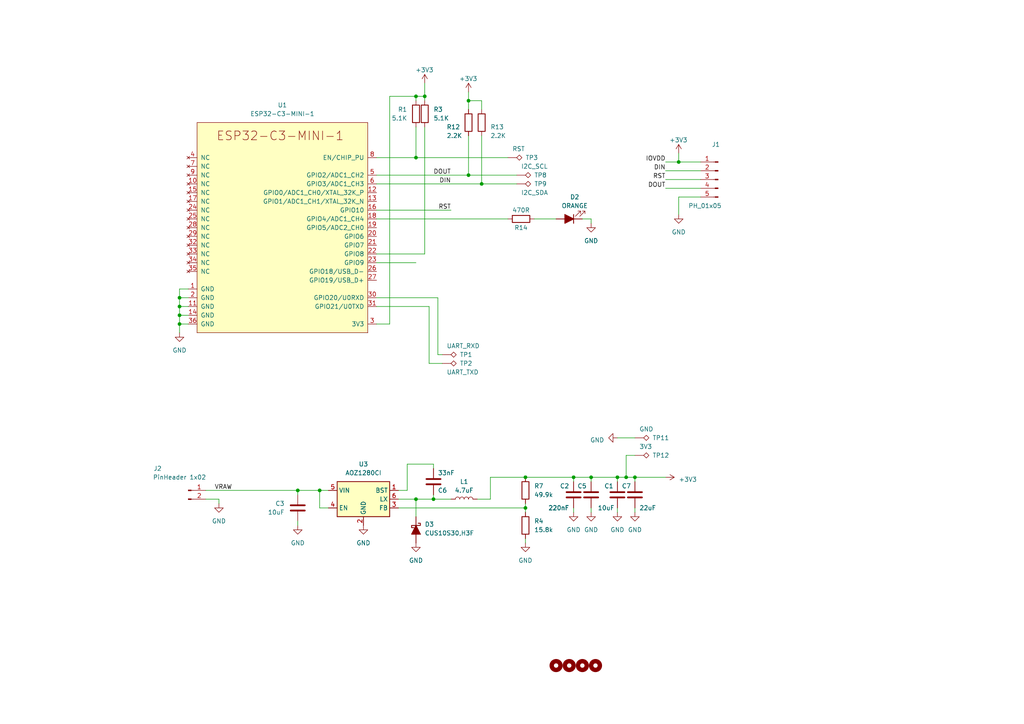
<source format=kicad_sch>
(kicad_sch (version 20231120) (generator "eeschema") (generator_version "8.0")
  (paper "A4")
  (title_block (title "esp-daikin") (date "2024-03-07") (rev "r1p0") (company "Greg Davill <greg.davill@gmail.com>") (comment 1 "ESP32C3 controller board"))
  (lib_symbols
    (symbol "Connector:Conn_01x02_Male" (pin_names (offset 1.016) hide)
      (property "Reference" "J" (at 0 2.54 0))
      (property "Value" "Conn_01x02_Male" (at 0 -5.08 0))
      (symbol "Conn_01x02_Male_1_1"
        (polyline (pts (xy 1.27 -2.54) (xy 0.8636 -2.54)) (stroke (width 0.1524)))
        (polyline (pts (xy 1.27 0) (xy 0.8636 0)) (stroke (width 0.1524)))
        (rectangle (start 0.8636 -2.413) (end 0 -2.667) (stroke (width 0.1524)) (fill (type outline)))
        (rectangle (start 0.8636 0.127) (end 0 -0.127) (stroke (width 0.1524)) (fill (type outline)))
        (pin passive line (at 5.08 0 180) (length 3.81) (name "Pin_1") (number "1"))
        (pin passive line (at 5.08 -2.54 180) (length 3.81) (name "Pin_2") (number "2"))
      )
    )
    (symbol "Connector:Conn_01x05_Male" (pin_names (offset 1.016) hide)
      (property "Reference" "J" (at 0 7.62 0))
      (property "Value" "Conn_01x05_Male" (at 0 -7.62 0))
      (symbol "Conn_01x05_Male_1_1"
        (polyline (pts (xy 1.27 -5.08) (xy 0.8636 -5.08)) (stroke (width 0.1524)))
        (polyline (pts (xy 1.27 -2.54) (xy 0.8636 -2.54)) (stroke (width 0.1524)))
        (polyline (pts (xy 1.27 0) (xy 0.8636 0)) (stroke (width 0.1524)))
        (polyline (pts (xy 1.27 2.54) (xy 0.8636 2.54)) (stroke (width 0.1524)))
        (polyline (pts (xy 1.27 5.08) (xy 0.8636 5.08)) (stroke (width 0.1524)))
        (rectangle (start 0.8636 -4.953) (end 0 -5.207) (stroke (width 0.1524)) (fill (type outline)))
        (rectangle (start 0.8636 -2.413) (end 0 -2.667) (stroke (width 0.1524)) (fill (type outline)))
        (rectangle (start 0.8636 0.127) (end 0 -0.127) (stroke (width 0.1524)) (fill (type outline)))
        (rectangle (start 0.8636 2.667) (end 0 2.413) (stroke (width 0.1524)) (fill (type outline)))
        (rectangle (start 0.8636 5.207) (end 0 4.953) (stroke (width 0.1524)) (fill (type outline)))
        (pin passive line (at 5.08 5.08 180) (length 3.81) (name "Pin_1") (number "1"))
        (pin passive line (at 5.08 2.54 180) (length 3.81) (name "Pin_2") (number "2"))
        (pin passive line (at 5.08 0 180) (length 3.81) (name "Pin_3") (number "3"))
        (pin passive line (at 5.08 -2.54 180) (length 3.81) (name "Pin_4") (number "4"))
        (pin passive line (at 5.08 -5.08 180) (length 3.81) (name "Pin_5") (number "5"))
      )
    )
    (symbol "Connector:TestPoint_Alt" (pin_numbers hide) (pin_names (offset 0.762) hide)
      (property "Reference" "TP" (at 0 6.858 0))
      (property "Value" "TestPoint_Alt" (at 0 5.08 0))
      (symbol "TestPoint_Alt_0_1"
        (polyline (pts (xy 0 2.54) (xy -0.762 3.302) (xy 0 4.064) (xy 0.762 3.302) (xy 0 2.54)))
      )
      (symbol "TestPoint_Alt_1_1"
        (pin passive line (at 0 0 90) (length 2.54) (name "1") (number "1"))
      )
    )
    (symbol "Device:C" (pin_numbers hide) (pin_names (offset 0.254))
      (property "Reference" "C" (at 0.635 2.54 0))
      (property "Value" "C" (at 0.635 -2.54 0))
      (symbol "C_0_1"
        (polyline (pts (xy -2.032 -0.762) (xy 2.032 -0.762)) (stroke (width 0.508)))
        (polyline (pts (xy -2.032 0.762) (xy 2.032 0.762)) (stroke (width 0.508)))
      )
      (symbol "C_1_1"
        (pin passive line (at 0 3.81 270) (length 2.794) (name "~") (number "1"))
        (pin passive line (at 0 -3.81 90) (length 2.794) (name "~") (number "2"))
      )
    )
    (symbol "Device:D_Schottky_Filled" (pin_numbers hide) (pin_names (offset 1.016) hide)
      (property "Reference" "D" (at 0 2.54 0))
      (property "Value" "D_Schottky_Filled" (at 0 -2.54 0))
      (symbol "D_Schottky_Filled_0_1"
        (polyline (pts (xy 1.27 0) (xy -1.27 0)))
        (polyline (pts (xy 1.27 1.27) (xy 1.27 -1.27) (xy -1.27 0) (xy 1.27 1.27)) (stroke (width 0.254)) (fill (type outline)))
        (polyline (pts (xy -1.905 0.635) (xy -1.905 1.27) (xy -1.27 1.27) (xy -1.27 -1.27) (xy -0.635 -1.27) (xy -0.635 -0.635)) (stroke (width 0.254)))
      )
      (symbol "D_Schottky_Filled_1_1"
        (pin passive line (at -3.81 0 0) (length 2.54) (name "K") (number "1"))
        (pin passive line (at 3.81 0 180) (length 2.54) (name "A") (number "2"))
      )
    )
    (symbol "Device:L" (pin_numbers hide) (pin_names (offset 1.016) hide)
      (property "Reference" "L" (at -1.27 0 90))
      (property "Value" "L" (at 1.905 0 90))
      (symbol "L_0_1"
        (arc (start 0 -2.54) (mid 0.6323 -1.905) (end 0 -1.27))
        (arc (start 0 -1.27) (mid 0.6323 -0.635) (end 0 0))
        (arc (start 0 0) (mid 0.6323 0.635) (end 0 1.27))
        (arc (start 0 1.27) (mid 0.6323 1.905) (end 0 2.54))
      )
      (symbol "L_1_1"
        (pin passive line (at 0 3.81 270) (length 1.27) (name "1") (number "1"))
        (pin passive line (at 0 -3.81 90) (length 1.27) (name "2") (number "2"))
      )
    )
    (symbol "Device:LED_Filled" (pin_numbers hide) (pin_names (offset 1.016) hide)
      (property "Reference" "D" (at 0 2.54 0))
      (property "Value" "LED_Filled" (at 0 -2.54 0))
      (symbol "LED_Filled_0_1"
        (polyline (pts (xy -1.27 -1.27) (xy -1.27 1.27)) (stroke (width 0.254)))
        (polyline (pts (xy -1.27 0) (xy 1.27 0)))
        (polyline (pts (xy 1.27 -1.27) (xy 1.27 1.27) (xy -1.27 0) (xy 1.27 -1.27)) (stroke (width 0.254)) (fill (type outline)))
        (polyline (pts (xy -3.048 -0.762) (xy -4.572 -2.286) (xy -3.81 -2.286) (xy -4.572 -2.286) (xy -4.572 -1.524)))
        (polyline (pts (xy -1.778 -0.762) (xy -3.302 -2.286) (xy -2.54 -2.286) (xy -3.302 -2.286) (xy -3.302 -1.524)))
      )
      (symbol "LED_Filled_1_1"
        (pin passive line (at -3.81 0 0) (length 2.54) (name "K") (number "1"))
        (pin passive line (at 3.81 0 180) (length 2.54) (name "A") (number "2"))
      )
    )
    (symbol "Device:R" (pin_numbers hide) (pin_names (offset 0))
      (property "Reference" "R" (at 2.032 0 90))
      (property "Value" "R" (at 0 0 90))
      (symbol "R_0_1"
        (rectangle (start -1.016 -2.54) (end 1.016 2.54) (stroke (width 0.254)))
      )
      (symbol "R_1_1"
        (pin passive line (at 0 3.81 270) (length 1.27) (name "~") (number "1"))
        (pin passive line (at 0 -3.81 90) (length 1.27) (name "~") (number "2"))
      )
    )
    (symbol "Mechanical:MountingHole" (pin_names (offset 1.016))
      (property "Reference" "H" (at 0 5.08 0))
      (property "Value" "MountingHole" (at 0 3.175 0))
      (symbol "MountingHole_0_1"
        (circle (center 0 0) (radius 1.27) (stroke (width 1.27)))
      )
    )
    (symbol "Regulator_Switching:AOZ1280CI"
      (property "Reference" "U" (at -6.35 -6.35 0))
      (property "Value" "AOZ1280CI" (at -2.54 6.35 0))
      (symbol "AOZ1280CI_0_1"
        (rectangle (start -7.62 5.08) (end 7.62 -5.08) (stroke (width 0.254)) (fill (type background)))
      )
      (symbol "AOZ1280CI_1_1"
        (pin input line (at 10.16 2.54 180) (length 2.54) (name "BST") (number "1"))
        (pin power_in line (at 0 -7.62 90) (length 2.54) (name "GND") (number "2"))
        (pin input line (at 10.16 -2.54 180) (length 2.54) (name "FB") (number "3"))
        (pin input line (at -10.16 -2.54 0) (length 2.54) (name "EN") (number "4"))
        (pin power_in line (at -10.16 2.54 0) (length 2.54) (name "VIN") (number "5"))
        (pin power_out line (at 10.16 0 180) (length 2.54) (name "LX") (number "6"))
      )
    )
    (symbol "lib:ESP32-C3-MINI-1" (pin_names (offset 1.016))
      (property "Reference" "U1" (at 0.635 36.83 0))
      (property "Value" "ESP32-C3-MINI-1" (at 0.635 34.29 0))
      (symbol "ESP32-C3-MINI-1_0_0"
        (text "ESP32-C3-MINI-1" (at 1.27 27.94 0) (effects (font (size 2.54 2.54))))
      )
      (symbol "ESP32-C3-MINI-1_0_1"
        (rectangle (start -24.13 31.75) (end 25.4 -29.21) (fill (type background)))
      )
      (symbol "ESP32-C3-MINI-1_1_1"
        (pin power_in line (at 27.94 -16.51 180) (length 2.54) (name "GND") (number "1"))
        (pin no_connect line (at 27.94 13.97 180) (length 2.54) (name "NC") (number "10"))
        (pin power_in line (at 27.94 -21.59 180) (length 2.54) (name "GND") (number "11"))
        (pin bidirectional line (at -26.67 11.43 0) (length 2.54) (name "GPIO0/ADC1_CH0/XTAL_32K_P") (number "12"))
        (pin bidirectional line (at -26.67 8.89 0) (length 2.54) (name "GPIO1/ADC1_CH1/XTAL_32K_N") (number "13"))
        (pin power_in line (at 27.94 -24.13 180) (length 2.54) (name "GND") (number "14"))
        (pin no_connect line (at 27.94 11.43 180) (length 2.54) (name "NC") (number "15"))
        (pin bidirectional line (at -26.67 6.35 0) (length 2.54) (name "GPIO10") (number "16"))
        (pin no_connect line (at 27.94 8.89 180) (length 2.54) (name "NC") (number "17"))
        (pin bidirectional line (at -26.67 3.81 0) (length 2.54) (name "GPIO4/ADC1_CH4") (number "18"))
        (pin bidirectional line (at -26.67 1.27 0) (length 2.54) (name "GPIO5/ADC2_CH0") (number "19"))
        (pin power_in line (at 27.94 -19.05 180) (length 2.54) (name "GND") (number "2"))
        (pin bidirectional line (at -26.67 -1.27 0) (length 2.54) (name "GPIO6") (number "20"))
        (pin bidirectional line (at -26.67 -3.81 0) (length 2.54) (name "GPIO7") (number "21"))
        (pin bidirectional line (at -26.67 -6.35 0) (length 2.54) (name "GPIO8") (number "22"))
        (pin bidirectional line (at -26.67 -8.89 0) (length 2.54) (name "GPIO9") (number "23"))
        (pin no_connect line (at 27.94 6.35 180) (length 2.54) (name "NC") (number "24"))
        (pin no_connect line (at 27.94 3.81 180) (length 2.54) (name "NC") (number "25"))
        (pin bidirectional line (at -26.67 -11.43 0) (length 2.54) (name "GPIO18/USB_D-") (number "26"))
        (pin bidirectional line (at -26.67 -13.97 0) (length 2.54) (name "GPIO19/USB_D+") (number "27"))
        (pin no_connect line (at 27.94 1.27 180) (length 2.54) (name "NC") (number "28"))
        (pin no_connect line (at 27.94 -1.27 180) (length 2.54) (name "NC") (number "29"))
        (pin power_in line (at -26.67 -26.67 0) (length 2.54) (name "3V3") (number "3"))
        (pin bidirectional line (at -26.67 -19.05 0) (length 2.54) (name "GPIO20/U0RXD") (number "30"))
        (pin bidirectional line (at -26.67 -21.59 0) (length 2.54) (name "GPIO21/U0TXD") (number "31"))
        (pin no_connect line (at 27.94 -3.81 180) (length 2.54) (name "NC") (number "32"))
        (pin no_connect line (at 27.94 -6.35 180) (length 2.54) (name "NC") (number "33"))
        (pin no_connect line (at 27.94 -8.89 180) (length 2.54) (name "NC") (number "34"))
        (pin no_connect line (at 27.94 -11.43 180) (length 2.54) (name "NC") (number "35"))
        (pin power_in line (at 27.94 -26.67 180) (length 2.54) (name "GND") (number "36"))
        (pin input line (at 27.94 -26.67 180) (length 2.54) hide (name "GND") (number "37"))
        (pin input line (at 27.94 -26.67 180) (length 2.54) hide (name "GND") (number "38"))
        (pin input line (at 27.94 -26.67 180) (length 2.54) hide (name "GND") (number "39"))
        (pin no_connect line (at 27.94 21.59 180) (length 2.54) (name "NC") (number "4"))
        (pin input line (at 27.94 -26.67 180) (length 2.54) hide (name "GND") (number "40"))
        (pin input line (at 27.94 -26.67 180) (length 2.54) hide (name "GND") (number "41"))
        (pin input line (at 27.94 -26.67 180) (length 2.54) hide (name "GND") (number "42"))
        (pin input line (at 27.94 -26.67 180) (length 2.54) hide (name "GND") (number "43"))
        (pin input line (at 27.94 -26.67 180) (length 2.54) hide (name "GND") (number "44"))
        (pin input line (at 27.94 -26.67 180) (length 2.54) hide (name "GND") (number "45"))
        (pin input line (at 27.94 -26.67 180) (length 2.54) hide (name "GND") (number "46"))
        (pin input line (at 27.94 -26.67 180) (length 2.54) hide (name "GND") (number "47"))
        (pin input line (at 27.94 -26.67 180) (length 2.54) hide (name "GND") (number "48"))
        (pin input line (at 27.94 -26.67 180) (length 2.54) hide (name "GND") (number "49"))
        (pin bidirectional line (at -26.67 16.51 0) (length 2.54) (name "GPIO2/ADC1_CH2") (number "5"))
        (pin input line (at 27.94 -26.67 180) (length 2.54) hide (name "GND") (number "50"))
        (pin input line (at 27.94 -26.67 180) (length 2.54) hide (name "GND") (number "51"))
        (pin input line (at 27.94 -26.67 180) (length 2.54) hide (name "GND") (number "52"))
        (pin input line (at 27.94 -26.67 180) (length 2.54) hide (name "GND") (number "53"))
        (pin bidirectional line (at -26.67 13.97 0) (length 2.54) (name "GPIO3/ADC1_CH3") (number "6"))
        (pin no_connect line (at 27.94 19.05 180) (length 2.54) (name "NC") (number "7"))
        (pin input line (at -26.67 21.59 0) (length 2.54) (name "EN/CHIP_PU") (number "8"))
        (pin no_connect line (at 27.94 16.51 180) (length 2.54) (name "NC") (number "9"))
      )
    )
    (symbol "power:+3V3" (power) (pin_names (offset 0))
      (property "Value" "+3V3" (at 0 3.556 0))
      (symbol "+3V3_0_1"
        (polyline (pts (xy -0.762 1.27) (xy 0 2.54)))
        (polyline (pts (xy 0 0) (xy 0 2.54)))
        (polyline (pts (xy 0 2.54) (xy 0.762 1.27)))
      )
      (symbol "+3V3_1_1"
        (pin power_in line (at 0 0 90) (length 0) hide (name "+3V3") (number "1"))
      )
    )
    (symbol "power:GND" (power) (pin_names (offset 0))
      (property "Value" "GND" (at 0 -3.81 0))
      (symbol "GND_0_1"
        (polyline (pts (xy 0 0) (xy 0 -1.27) (xy 1.27 -1.27) (xy 0 -2.54) (xy -1.27 -1.27) (xy 0 -1.27)))
      )
      (symbol "GND_1_1"
        (pin power_in line (at 0 0 270) (length 0) hide (name "GND") (number "1"))
      )
    )
  )
  (junction (at 120.65 27.94))
  (junction (at 181.61 138.43))
  (junction (at 52.07 86.36))
  (junction (at 120.65 144.78))
  (junction (at 196.85 46.99))
  (junction (at 52.07 93.98))
  (junction (at 135.89 29.21))
  (junction (at 152.4 138.43))
  (junction (at 135.89 50.8))
  (junction (at 92.71 142.24))
  (junction (at 152.4 147.32))
  (junction (at 184.15 138.43))
  (junction (at 86.36 142.24))
  (junction (at 125.73 144.78))
  (junction (at 171.45 138.43))
  (junction (at 52.07 91.44))
  (junction (at 123.19 27.94))
  (junction (at 120.65 45.72))
  (junction (at 166.37 138.43))
  (junction (at 179.07 138.43))
  (junction (at 139.7 53.34))
  (junction (at 52.07 88.9))
  (wire (pts (xy 166.37 138.43) (xy 166.37 139.7)))
  (wire (pts (xy 115.57 147.32) (xy 152.4 147.32)))
  (wire (pts (xy 59.69 142.24) (xy 86.36 142.24)))
  (wire (pts (xy 166.37 138.43) (xy 171.45 138.43)))
  (wire (pts (xy 52.07 86.36) (xy 52.07 88.9)))
  (wire (pts (xy 179.07 147.32) (xy 179.07 148.59)))
  (wire (pts (xy 124.46 105.41) (xy 128.27 105.41)))
  (wire (pts (xy 127 86.36) (xy 109.22 86.36)))
  (wire (pts (xy 184.15 147.32) (xy 184.15 148.59)))
  (wire (pts (xy 135.89 39.37) (xy 135.89 50.8)))
  (wire (pts (xy 139.7 29.21) (xy 135.89 29.21)))
  (wire (pts (xy 135.89 50.8) (xy 149.86 50.8)))
  (wire (pts (xy 171.45 63.5) (xy 171.45 64.77)))
  (wire (pts (xy 181.61 138.43) (xy 179.07 138.43)))
  (wire (pts (xy 196.85 46.99) (xy 203.2 46.99)))
  (wire (pts (xy 171.45 138.43) (xy 171.45 139.7)))
  (wire (pts (xy 86.36 151.13) (xy 86.36 152.4)))
  (wire (pts (xy 63.5 144.78) (xy 63.5 146.05)))
  (wire (pts (xy 123.19 73.66) (xy 123.19 36.83)))
  (wire (pts (xy 109.22 63.5) (xy 147.32 63.5)))
  (wire (pts (xy 123.19 27.94) (xy 123.19 29.21)))
  (wire (pts (xy 59.69 144.78) (xy 63.5 144.78)))
  (wire (pts (xy 120.65 45.72) (xy 120.65 36.83)))
  (wire (pts (xy 168.91 63.5) (xy 171.45 63.5)))
  (wire (pts (xy 193.04 49.53) (xy 203.2 49.53)))
  (wire (pts (xy 171.45 138.43) (xy 179.07 138.43)))
  (wire (pts (xy 109.22 45.72) (xy 120.65 45.72)))
  (wire (pts (xy 152.4 156.21) (xy 152.4 157.48)))
  (wire (pts (xy 196.85 44.45) (xy 196.85 46.99)))
  (wire (pts (xy 109.22 50.8) (xy 135.89 50.8)))
  (wire (pts (xy 179.07 127) (xy 184.15 127)))
  (wire (pts (xy 92.71 142.24) (xy 95.25 142.24)))
  (wire (pts (xy 109.22 93.98) (xy 113.03 93.98)))
  (wire (pts (xy 86.36 142.24) (xy 86.36 143.51)))
  (wire (pts (xy 184.15 138.43) (xy 181.61 138.43)))
  (wire (pts (xy 123.19 27.94) (xy 123.19 24.13)))
  (wire (pts (xy 184.15 132.08) (xy 181.61 132.08)))
  (wire (pts (xy 179.07 138.43) (xy 179.07 139.7)))
  (wire (pts (xy 54.61 86.36) (xy 52.07 86.36)))
  (wire (pts (xy 120.65 144.78) (xy 120.65 149.86)))
  (wire (pts (xy 52.07 88.9) (xy 52.07 91.44)))
  (wire (pts (xy 193.04 52.07) (xy 203.2 52.07)))
  (wire (pts (xy 135.89 26.67) (xy 135.89 29.21)))
  (wire (pts (xy 125.73 144.78) (xy 130.81 144.78)))
  (wire (pts (xy 109.22 76.2) (xy 120.65 76.2)))
  (wire (pts (xy 86.36 142.24) (xy 92.71 142.24)))
  (wire (pts (xy 196.85 57.15) (xy 196.85 62.23)))
  (wire (pts (xy 118.11 134.62) (xy 125.73 134.62)))
  (wire (pts (xy 184.15 138.43) (xy 184.15 139.7)))
  (wire (pts (xy 166.37 147.32) (xy 166.37 148.59)))
  (wire (pts (xy 120.65 27.94) (xy 120.65 29.21)))
  (wire (pts (xy 54.61 91.44) (xy 52.07 91.44)))
  (wire (pts (xy 52.07 91.44) (xy 52.07 93.98)))
  (wire (pts (xy 171.45 147.32) (xy 171.45 148.59)))
  (wire (pts (xy 203.2 57.15) (xy 196.85 57.15)))
  (wire (pts (xy 128.27 102.87) (xy 127 102.87)))
  (wire (pts (xy 113.03 27.94) (xy 120.65 27.94)))
  (wire (pts (xy 135.89 29.21) (xy 135.89 31.75)))
  (wire (pts (xy 118.11 142.24) (xy 118.11 134.62)))
  (wire (pts (xy 92.71 147.32) (xy 92.71 142.24)))
  (wire (pts (xy 142.24 138.43) (xy 142.24 144.78)))
  (wire (pts (xy 142.24 144.78) (xy 138.43 144.78)))
  (wire (pts (xy 54.61 88.9) (xy 52.07 88.9)))
  (wire (pts (xy 139.7 53.34) (xy 149.86 53.34)))
  (wire (pts (xy 125.73 143.51) (xy 125.73 144.78)))
  (wire (pts (xy 193.04 46.99) (xy 196.85 46.99)))
  (wire (pts (xy 113.03 27.94) (xy 113.03 93.98)))
  (wire (pts (xy 124.46 88.9) (xy 124.46 105.41)))
  (wire (pts (xy 142.24 138.43) (xy 152.4 138.43)))
  (wire (pts (xy 139.7 31.75) (xy 139.7 29.21)))
  (wire (pts (xy 109.22 88.9) (xy 124.46 88.9)))
  (wire (pts (xy 52.07 83.82) (xy 52.07 86.36)))
  (wire (pts (xy 193.04 138.43) (xy 184.15 138.43)))
  (wire (pts (xy 120.65 27.94) (xy 123.19 27.94)))
  (wire (pts (xy 54.61 83.82) (xy 52.07 83.82)))
  (wire (pts (xy 115.57 144.78) (xy 120.65 144.78)))
  (wire (pts (xy 109.22 53.34) (xy 139.7 53.34)))
  (wire (pts (xy 120.65 45.72) (xy 147.32 45.72)))
  (wire (pts (xy 125.73 134.62) (xy 125.73 135.89)))
  (wire (pts (xy 139.7 39.37) (xy 139.7 53.34)))
  (wire (pts (xy 52.07 93.98) (xy 52.07 96.52)))
  (wire (pts (xy 127 102.87) (xy 127 86.36)))
  (wire (pts (xy 115.57 142.24) (xy 118.11 142.24)))
  (wire (pts (xy 109.22 60.96) (xy 130.81 60.96)))
  (wire (pts (xy 193.04 54.61) (xy 203.2 54.61)))
  (wire (pts (xy 181.61 132.08) (xy 181.61 138.43)))
  (wire (pts (xy 54.61 93.98) (xy 52.07 93.98)))
  (wire (pts (xy 95.25 147.32) (xy 92.71 147.32)))
  (wire (pts (xy 152.4 146.05) (xy 152.4 147.32)))
  (wire (pts (xy 120.65 144.78) (xy 125.73 144.78)))
  (wire (pts (xy 152.4 147.32) (xy 152.4 148.59)))
  (wire (pts (xy 154.94 63.5) (xy 161.29 63.5)))
  (wire (pts (xy 152.4 138.43) (xy 166.37 138.43)))
  (wire (pts (xy 109.22 73.66) (xy 123.19 73.66)))
  (label "DOUT" (at 193.04 54.61 180))
  (label "IOVDD" (at 193.04 46.99 180))
  (label "DIN" (at 193.04 49.53 180))
  (label "RST" (at 193.04 52.07 180))
  (label "RST" (at 130.81 60.96 180))
  (label "DOUT" (at 130.81 50.8 180))
  (label "VRAW" (at 62.23 142.24 0))
  (label "DIN" (at 130.81 53.34 180))
  (symbol (lib_id "power:GND") (at 179.07 148.59 0) (mirror y) (unit 1)
    (property "Reference" "#PWR0102" (effects (hide yes)))
    (property "Value" "GND" (at 179.07 153.67 0))
  )
  (symbol (lib_id "lib:ESP32-C3-MINI-1") (at 82.55 67.31 0) (mirror y) (unit 1)
    (property "Reference" "U1" (at 81.915 30.48 0))
    (property "Value" "ESP32-C3-MINI-1" (at 81.915 33.02 0))
    (property "Footprint" "lib:ESP32-C3-MINI-1" (effects (hide yes)))
    (property "Datasheet" "https://www.espressif.com/sites/default/files/documentation/esp32-c3-mini-1_datasheet_en.pdf" (effects (hide yes)))
    (property "PN" "ESP32-C3-MINI-1-H4" (effects (hide yes)))
    (property "MFG" "Espressif Systems" (effects (hide yes)))
    (property "lcsc" "C2934569" (effects (hide yes)))
  )
  (symbol (lib_id "Device:C") (at 179.07 143.51 0) (unit 1)
    (property "Reference" "C1" (at 175.26 140.97 0) (effects (justify left)))
    (property "Value" "10uF" (at 173.355 147.32 0) (effects (justify left)))
    (property "Footprint" "Capacitor_SMD:C_0603_1608Metric" (effects (hide yes)))
    (property "Mfg" "Yageo" (effects (hide yes)))
    (property "lcsc" "C596327" (effects (hide yes)))
    (property "MFG" "YAGEO" (effects (hide yes)))
    (property "PN" "CC0603MRX5R8BB106" (effects (hide yes)))
  )
  (symbol (lib_id "Device:C") (at 86.36 147.32 0) (unit 1)
    (property "Reference" "C3" (at 82.55 146.05 0) (effects (justify right)))
    (property "Value" "10uF" (at 82.55 148.59 0) (effects (justify right)))
    (property "Footprint" "Capacitor_SMD:C_0603_1608Metric" (effects (hide yes)))
    (property "Mfg" "Yageo" (effects (hide yes)))
    (property "lcsc" "C596327" (effects (hide yes)))
    (property "MFG" "YAGEO" (effects (hide yes)))
    (property "PN" "CC0603MRX5R8BB106" (effects (hide yes)))
  )
  (symbol (lib_id "Device:C") (at 125.73 139.7 180) (unit 1)
    (property "Reference" "C6" (at 127 142.24 0) (effects (justify right)))
    (property "Value" "33nF" (at 127 137.16 0) (effects (justify right)))
    (property "Footprint" "Capacitor_SMD:C_0402_1005Metric" (effects (hide yes)))
    (property "Mfg" "Yageo" (effects (hide yes)))
    (property "lcsc" "C106862" (effects (hide yes)))
    (property "MFG" "YAGEO" (effects (hide yes)))
    (property "PN" "CC0402KRX7R9BB333" (effects (hide yes)))
  )
  (symbol (lib_id "Mechanical:MountingHole") (at 165.1 193.04 0) (unit 1) (in_bom no)
    (property "Reference" "H2" (effects (hide yes)))
    (property "Value" "MountingHole" (effects (hide yes)))
    (property "Footprint" "MountingHole:MountingHole_3.2mm_M3_DIN965" (effects (hide yes)))
  )
  (symbol (lib_id "Connector:TestPoint_Alt") (at 149.86 50.8 270) (unit 1) (in_bom no)
    (property "Reference" "TP8" (at 154.94 50.8 90) (effects (justify left)))
    (property "Value" "I2C_SCL" (at 151.13 48.26 90) (effects (justify left)))
    (property "Footprint" "TestPoint:TestPoint_Pad_D1.0mm" (effects (hide yes)))
  )
  (symbol (lib_id "Mechanical:MountingHole") (at 168.91 193.04 0) (unit 1) (in_bom no)
    (property "Reference" "H3" (effects (hide yes)))
    (property "Value" "MountingHole" (effects (hide yes)))
    (property "Footprint" "MountingHole:MountingHole_3.2mm_M3_DIN965" (effects (hide yes)))
  )
  (symbol (lib_id "power:GND") (at 120.65 157.48 0) (mirror y) (unit 1)
    (property "Reference" "#PWR010" (effects (hide yes)))
    (property "Value" "GND" (at 120.65 162.56 0))
  )
  (symbol (lib_id "Connector:Conn_01x02_Male") (at 54.61 142.24 0) (unit 1)
    (property "Reference" "J2" (at 45.72 135.89 0))
    (property "Value" "PinHeader 1x02" (at 52.07 138.43 0))
    (property "Footprint" "Connector_PinHeader_2.54mm:PinHeader_1x02_P2.54mm_Vertical" (effects (hide yes)))
  )
  (symbol (lib_id "power:GND") (at 184.15 148.59 0) (mirror y) (unit 1)
    (property "Reference" "#PWR03" (effects (hide yes)))
    (property "Value" "GND" (at 184.15 153.67 0))
  )
  (symbol (lib_id "Device:R") (at 123.19 33.02 0) (mirror y) (unit 1)
    (property "Reference" "R3" (at 125.73 31.75 0) (effects (justify right)))
    (property "Value" "5.1K" (at 125.73 34.29 0) (effects (justify right)))
    (property "Footprint" "Resistor_SMD:R_0402_1005Metric" (effects (hide yes)))
    (property "lcsc" "C105872" (effects (hide yes)))
    (property "PN" "RC0402FR-075K1L" (effects (hide yes)))
    (property "MFG" "YAGEO" (effects (hide yes)))
  )
  (symbol (lib_id "power:GND") (at 105.41 152.4 0) (mirror y) (unit 1)
    (property "Reference" "#PWR06" (effects (hide yes)))
    (property "Value" "GND" (at 105.41 157.48 0))
  )
  (symbol (lib_id "power:GND") (at 63.5 146.05 0) (unit 1)
    (property "Reference" "#PWR04" (effects (hide yes)))
    (property "Value" "GND" (at 63.5 151.13 0))
  )
  (symbol (lib_id "power:GND") (at 171.45 64.77 0) (unit 1)
    (property "Reference" "#PWR08" (effects (hide yes)))
    (property "Value" "GND" (at 171.45 69.85 0))
  )
  (symbol (lib_id "Device:LED_Filled") (at 165.1 63.5 180) (unit 1)
    (property "Reference" "D2" (at 166.6875 57.15 0))
    (property "Value" "ORANGE" (at 166.6875 59.69 0))
    (property "Footprint" "LED_SMD:LED_0402_1005Metric" (effects (hide yes)))
    (property "PN" "XL-1005UOC" (effects (hide yes)))
    (property "MFG" "XINGLIGHT" (effects (hide yes)))
    (property "lcsc" "C965791" (effects (hide yes)))
  )
  (symbol (lib_id "power:GND") (at 179.07 127 270) (mirror x) (unit 1)
    (property "Reference" "#PWR07" (effects (hide yes)))
    (property "Value" "GND" (at 175.26 127.635 90) (effects (justify right)))
  )
  (symbol (lib_id "Device:R") (at 135.89 35.56 0) (mirror y) (unit 1)
    (property "Reference" "R12" (at 129.54 36.83 0) (effects (justify right)))
    (property "Value" "2.2K" (at 129.54 39.37 0) (effects (justify right)))
    (property "Footprint" "Resistor_SMD:R_0402_1005Metric" (effects (hide yes)))
    (property "PN" "RC0402FR-072K2L" (effects (hide yes)))
    (property "MFG" "YAGEO" (effects (hide yes)))
    (property "lcsc" "C114762" (effects (hide yes)))
  )
  (symbol (lib_id "power:GND") (at 86.36 152.4 0) (mirror y) (unit 1)
    (property "Reference" "#PWR01" (effects (hide yes)))
    (property "Value" "GND" (at 86.36 157.48 0))
  )
  (symbol (lib_id "Device:D_Schottky_Filled") (at 120.65 153.67 270) (unit 1)
    (property "Reference" "D3" (at 123.19 152.0825 90) (effects (justify left)))
    (property "Value" "CUS10S30,H3F" (at 123.19 154.6225 90) (effects (justify left)))
    (property "Footprint" "Diode_SMD:D_SOD-523" (effects (hide yes)))
  )
  (symbol (lib_id "Connector:TestPoint_Alt") (at 128.27 102.87 270) (unit 1) (in_bom no)
    (property "Reference" "TP1" (at 133.35 102.87 90) (effects (justify left)))
    (property "Value" "UART_RXD" (at 129.54 100.33 90) (effects (justify left)))
    (property "Footprint" "TestPoint:TestPoint_Pad_D1.0mm" (effects (hide yes)))
  )
  (symbol (lib_id "Device:L") (at 134.62 144.78 90) (unit 1)
    (property "Reference" "L1" (at 134.62 139.7 90))
    (property "Value" "4.7uF" (at 134.62 142.24 90))
    (property "Footprint" "Inductor_SMD:L_0805_2012Metric" (effects (hide yes)))
    (property "PN" "ANR4020T4R7M" (effects (hide yes)))
    (property "MFG" "APV" (effects (hide yes)))
    (property "lcsc" "C6364800" (effects (hide yes)))
  )
  (symbol (lib_id "power:+3V3") (at 135.89 26.67 0) (mirror y) (unit 1)
    (property "Reference" "#PWR02" (effects (hide yes)))
    (property "Value" "+3V3" (at 135.8138 22.8346 0))
  )
  (symbol (lib_id "Connector:Conn_01x05_Male") (at 208.28 52.07 0) (mirror y) (unit 1)
    (property "Reference" "J1" (at 207.645 41.91 0))
    (property "Value" "PH_01x05" (at 204.47 59.69 0))
    (property "Footprint" "Connector_PinHeader_2.54mm:PinHeader_1x05_P2.54mm_Vertical" (effects (hide yes)))
  )
  (symbol (lib_id "Device:C") (at 171.45 143.51 0) (unit 1)
    (property "Reference" "C5" (at 170.18 140.97 0) (effects (justify right)))
    (property "Value" "220nF" (at 165.1 147.32 0) (effects (justify right)))
    (property "Footprint" "Capacitor_SMD:C_0402_1005Metric" (effects (hide yes)))
    (property "Mfg" "Yageo" (effects (hide yes)))
    (property "lcsc" "C326836" (effects (hide yes)))
    (property "MFG" "YAGEO" (effects (hide yes)))
    (property "PN" "CC0402KRX5R8BB224" (effects (hide yes)))
  )
  (symbol (lib_id "Device:R") (at 139.7 35.56 0) (mirror y) (unit 1)
    (property "Reference" "R13" (at 142.24 36.83 0) (effects (justify right)))
    (property "Value" "2.2K" (at 142.24 39.37 0) (effects (justify right)))
    (property "Footprint" "Resistor_SMD:R_0402_1005Metric" (effects (hide yes)))
    (property "PN" "RC0402FR-072K2L" (effects (hide yes)))
    (property "MFG" "YAGEO" (effects (hide yes)))
    (property "lcsc" "C114762" (effects (hide yes)))
  )
  (symbol (lib_id "power:GND") (at 52.07 96.52 0) (mirror y) (unit 1)
    (property "Reference" "#PWR0101" (effects (hide yes)))
    (property "Value" "GND" (at 52.07 101.6 0))
  )
  (symbol (lib_id "Mechanical:MountingHole") (at 161.29 193.04 0) (unit 1) (in_bom no)
    (property "Reference" "H1" (effects (hide yes)))
    (property "Value" "MountingHole" (effects (hide yes)))
    (property "Footprint" "MountingHole:MountingHole_3.2mm_M3_DIN965" (effects (hide yes)))
  )
  (symbol (lib_id "power:GND") (at 166.37 148.59 0) (mirror y) (unit 1)
    (property "Reference" "#PWR0124" (effects (hide yes)))
    (property "Value" "GND" (at 166.37 153.67 0))
  )
  (symbol (lib_id "Device:R") (at 152.4 152.4 0) (mirror y) (unit 1)
    (property "Reference" "R4" (at 154.94 151.13 0) (effects (justify right)))
    (property "Value" "15.8k" (at 154.94 153.67 0) (effects (justify right)))
    (property "Footprint" "Resistor_SMD:R_0402_1005Metric" (effects (hide yes)))
    (property "lcsc" "C138065" (effects (hide yes)))
    (property "PN" "RC0402FR-0725K5L" (effects (hide yes)))
    (property "MFG" "YAGEO" (effects (hide yes)))
  )
  (symbol (lib_id "Connector:TestPoint_Alt") (at 128.27 105.41 270) (unit 1) (in_bom no)
    (property "Reference" "TP2" (at 133.35 105.41 90) (effects (justify left)))
    (property "Value" "UART_TXD" (at 129.54 107.95 90) (effects (justify left)))
    (property "Footprint" "TestPoint:TestPoint_Pad_D1.0mm" (effects (hide yes)))
  )
  (symbol (lib_id "Regulator_Switching:AOZ1280CI") (at 105.41 144.78 0) (unit 1)
    (property "Reference" "U3" (at 105.41 134.62 0))
    (property "Value" "AOZ1280CI" (at 105.41 137.16 0))
    (property "Footprint" "Package_TO_SOT_SMD:SOT-23-6" (effects (hide yes)))
    (property "Datasheet" "http://aosmd.com/res/data_sheets/AOZ1280CI.pdf" (effects (hide yes)))
  )
  (symbol (lib_id "Connector:TestPoint_Alt") (at 147.32 45.72 270) (unit 1) (in_bom no)
    (property "Reference" "TP3" (at 152.4 45.72 90) (effects (justify left)))
    (property "Value" "RST" (at 148.59 43.18 90) (effects (justify left)))
    (property "Footprint" "TestPoint:TestPoint_Pad_D1.0mm" (effects (hide yes)))
  )
  (symbol (lib_id "power:GND") (at 171.45 148.59 0) (mirror y) (unit 1)
    (property "Reference" "#PWR0122" (effects (hide yes)))
    (property "Value" "GND" (at 171.45 153.67 0))
  )
  (symbol (lib_id "Device:R") (at 152.4 142.24 0) (mirror y) (unit 1)
    (property "Reference" "R7" (at 154.94 140.97 0) (effects (justify right)))
    (property "Value" "49.9k" (at 154.94 143.51 0) (effects (justify right)))
    (property "Footprint" "Resistor_SMD:R_0402_1005Metric" (effects (hide yes)))
    (property "lcsc" "C137961" (effects (hide yes)))
    (property "PN" "RC0402FR-07115KL" (effects (hide yes)))
    (property "MFG" "YAGEO" (effects (hide yes)))
  )
  (symbol (lib_id "power:+3V3") (at 193.04 138.43 270) (mirror x) (unit 1)
    (property "Reference" "#PWR0123" (effects (hide yes)))
    (property "Value" "+3V3" (at 196.85 139.065 90) (effects (justify left)))
  )
  (symbol (lib_id "Connector:TestPoint_Alt") (at 184.15 127 270) (unit 1) (in_bom no)
    (property "Reference" "TP11" (at 189.23 127 90) (effects (justify left)))
    (property "Value" "GND" (at 185.42 124.46 90) (effects (justify left)))
    (property "Footprint" "TestPoint:TestPoint_Pad_D1.0mm" (effects (hide yes)))
  )
  (symbol (lib_id "power:+3V3") (at 123.19 24.13 0) (mirror y) (unit 1)
    (property "Reference" "#PWR0103" (effects (hide yes)))
    (property "Value" "+3V3" (at 123.1138 20.2946 0))
  )
  (symbol (lib_id "Connector:TestPoint_Alt") (at 149.86 53.34 270) (unit 1) (in_bom no)
    (property "Reference" "TP9" (at 154.94 53.34 90) (effects (justify left)))
    (property "Value" "I2C_SDA" (at 151.13 55.88 90) (effects (justify left)))
    (property "Footprint" "TestPoint:TestPoint_Pad_D1.0mm" (effects (hide yes)))
  )
  (symbol (lib_id "Device:C") (at 166.37 143.51 0) (unit 1)
    (property "Reference" "C2" (at 165.1 140.97 0) (effects (justify right)))
    (property "Value" "220nF" (at 165.1 147.32 0) (effects (justify right)))
    (property "Footprint" "Capacitor_SMD:C_0402_1005Metric" (effects (hide yes)))
    (property "Mfg" "Yageo" (effects (hide yes)))
    (property "lcsc" "C326836" (effects (hide yes)))
    (property "MFG" "YAGEO" (effects (hide yes)))
    (property "PN" "CC0402KRX5R8BB224" (effects (hide yes)))
  )
  (symbol (lib_id "Device:R") (at 120.65 33.02 0) (mirror y) (unit 1)
    (property "Reference" "R1" (at 118.11 31.75 0) (effects (justify left)))
    (property "Value" "5.1K" (at 118.11 34.29 0) (effects (justify left)))
    (property "Footprint" "Resistor_SMD:R_0402_1005Metric" (effects (hide yes)))
    (property "lcsc" "C105872" (effects (hide yes)))
    (property "PN" "RC0402FR-075K1L" (effects (hide yes)))
    (property "MFG" "YAGEO" (effects (hide yes)))
  )
  (symbol (lib_id "Device:C") (at 184.15 143.51 0) (unit 1)
    (property "Reference" "C7" (at 180.34 140.97 0) (effects (justify left)))
    (property "Value" "22uF" (at 185.42 147.32 0) (effects (justify left)))
    (property "Footprint" "Capacitor_SMD:C_0603_1608Metric" (effects (hide yes)))
    (property "Mfg" "Yageo" (effects (hide yes)))
    (property "lcsc" "C596327" (effects (hide yes)))
    (property "MFG" "YAGEO" (effects (hide yes)))
    (property "PN" "CC0603MRX5R8BB226" (effects (hide yes)))
  )
  (symbol (lib_id "Connector:TestPoint_Alt") (at 184.15 132.08 270) (unit 1) (in_bom no)
    (property "Reference" "TP12" (at 189.23 132.08 90) (effects (justify left)))
    (property "Value" "3V3" (at 185.42 129.54 90) (effects (justify left)))
    (property "Footprint" "TestPoint:TestPoint_Pad_D1.0mm" (effects (hide yes)))
  )
  (symbol (lib_id "power:GND") (at 196.85 62.23 0) (unit 1)
    (property "Reference" "#PWR05" (effects (hide yes)))
    (property "Value" "GND" (at 196.85 67.31 0))
  )
  (symbol (lib_id "power:GND") (at 152.4 157.48 0) (mirror y) (unit 1)
    (property "Reference" "#PWR09" (effects (hide yes)))
    (property "Value" "GND" (at 152.4 162.56 0))
  )
  (symbol (lib_id "Device:R") (at 151.13 63.5 270) (mirror x) (unit 1)
    (property "Reference" "R14" (at 151.13 66.04 90))
    (property "Value" "470R" (at 151.13 60.96 90))
    (property "Footprint" "Resistor_SMD:R_0402_1005Metric" (effects (hide yes)))
    (property "lcsc" "C114877" (effects (hide yes)))
    (property "PN" "RC0402FR-07470RL" (effects (hide yes)))
    (property "MFG" "YAGEO" (effects (hide yes)))
  )
  (symbol (lib_id "Mechanical:MountingHole") (at 172.72 193.04 0) (unit 1) (in_bom no)
    (property "Reference" "H4" (effects (hide yes)))
    (property "Value" "MountingHole" (effects (hide yes)))
    (property "Footprint" "MountingHole:MountingHole_3.2mm_M3_DIN965" (effects (hide yes)))
  )
  (symbol (lib_id "power:+3V3") (at 196.85 44.45 0) (mirror y) (unit 1)
    (property "Reference" "#PWR011" (effects (hide yes)))
    (property "Value" "+3V3" (at 196.7738 40.6146 0))
  )
)
</source>
